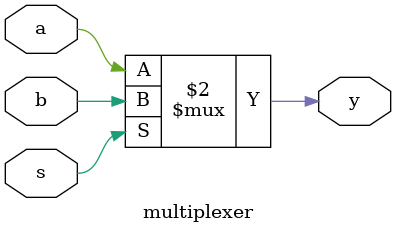
<source format=v>
module multiplexer(a, b, s, y);
    input a, b, s;
    output y;

    assign y=(s==1'b0)?a:b;
endmodule
</source>
